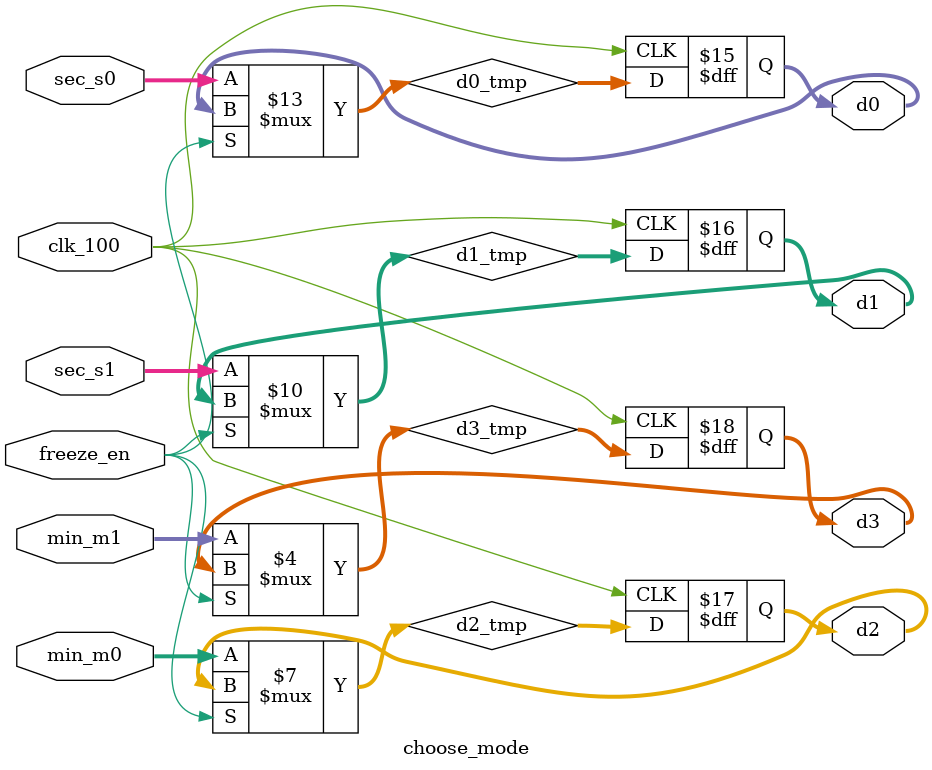
<source format=v>
`timescale 1ns / 1ps


module choose_mode(
    input clk_100,
    input [3:0] sec_s0,
    input [3:0] sec_s1,
    input [3:0] min_m0,
    input [3:0] min_m1,
    input freeze_en,
    output reg [3:0] d0,
    output reg [3:0] d1,
    output reg [3:0] d2,
    output reg [3:0] d3
    );
    reg [3:0] d0_tmp;
    reg [3:0] d1_tmp;
    reg [3:0] d2_tmp;
    reg [3:0] d3_tmp;
    
    always@( posedge clk_100 )
    begin
        d0 <= d0_tmp;
        d1 <= d1_tmp;
        d2 <= d2_tmp;
        d3 <= d3_tmp;
    end
    
    always@*
        if(freeze_en)
        begin
            d0_tmp <= d0;
            d1_tmp <= d1;
            d2_tmp <= d2;
            d3_tmp <= d3;
        end
        else
        begin
            d0_tmp <= sec_s0;
            d1_tmp <= sec_s1;
            d2_tmp <= min_m0;
            d3_tmp <= min_m1;
        end
    
endmodule

</source>
